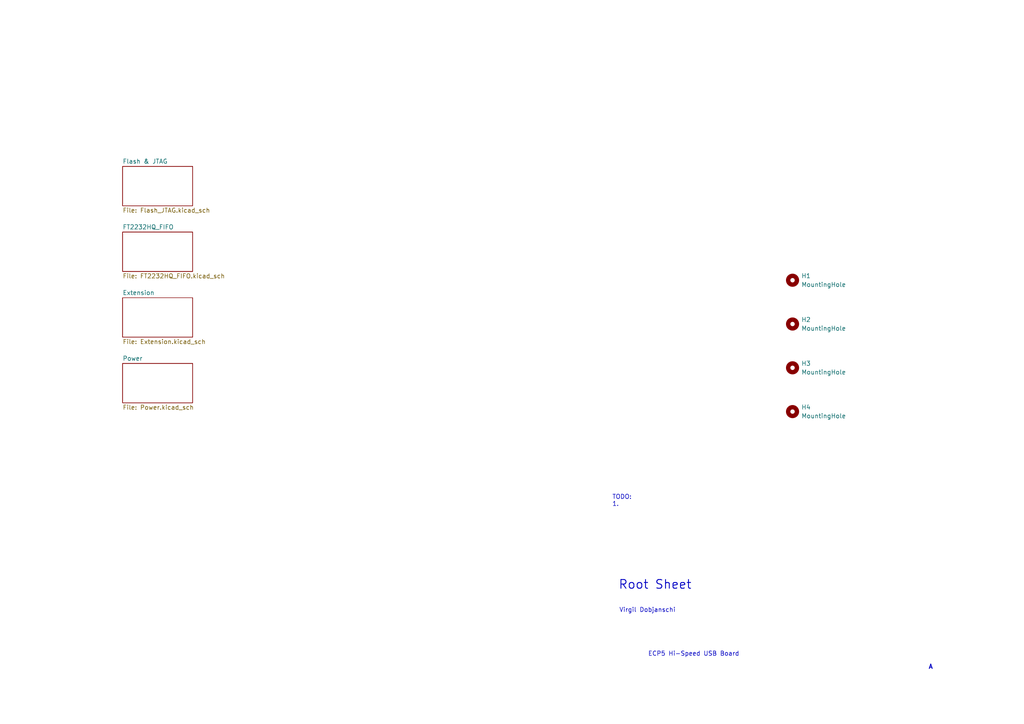
<source format=kicad_sch>
(kicad_sch (version 20231120) (generator "eeschema") (generator_version "8.0")
  (paper "A4")
  (lib_symbols
    (symbol "Mechanical:MountingHole" (pin_names (offset 1.016)) (exclude_from_sim yes) (in_bom no)
      (property "Reference" "H" (at 0 5.08 0))
      (property "Value" "MountingHole" (at 0 3.175 0))
      (symbol "MountingHole_0_1"
        (circle (center 0 0) (radius 1.27) (stroke (width 1.27)))
      )
    )
  )
  (text "ECP5 Hi-Speed USB Board" (at 187.96 190.5 0) (effects (font (size 1.27 1.27)) (justify left bottom)))
  (text "Root Sheet" (at 179.324 171.196 0) (effects (font (size 2.54 2.54) (thickness 0.254) (bold yes)) (justify left bottom)))
  (text "Virgil Dobjanschi" (at 179.578 177.8 0) (effects (font (size 1.27 1.27)) (justify left bottom)))
  (text "TODO:\n1.\n" (at 177.546 145.288 0) (effects (font (size 1.27 1.27)) (justify left)))
  (text "A" (at 269.24 194.31 0) (effects (font (size 1.27 1.27) (thickness 0.254) (bold yes)) (justify left bottom)))
  (symbol (lib_id "Mechanical:MountingHole") (at 229.87 119.38 0) (unit 1) (in_bom no)
    (property "Reference" "H4" (at 232.41 118.1099 0) (effects (justify left)))
    (property "Value" "MountingHole" (at 232.41 120.6499 0) (effects (justify left)))
    (property "Footprint" "MountingHole:MountingHole_3.2mm_M3" (effects (hide yes)))
    (property "Description" "Mounting Hole without connection" (effects (hide yes)))
  )
  (symbol (lib_id "Mechanical:MountingHole") (at 229.87 81.28 0) (unit 1) (in_bom no)
    (property "Reference" "H1" (at 232.41 80.0099 0) (effects (justify left)))
    (property "Value" "MountingHole" (at 232.41 82.5499 0) (effects (justify left)))
    (property "Footprint" "MountingHole:MountingHole_3.2mm_M3" (effects (hide yes)))
    (property "Description" "Mounting Hole without connection" (effects (hide yes)))
  )
  (symbol (lib_id "Mechanical:MountingHole") (at 229.87 93.98 0) (unit 1) (in_bom no)
    (property "Reference" "H2" (at 232.41 92.7099 0) (effects (justify left)))
    (property "Value" "MountingHole" (at 232.41 95.2499 0) (effects (justify left)))
    (property "Footprint" "MountingHole:MountingHole_3.2mm_M3" (effects (hide yes)))
    (property "Description" "Mounting Hole without connection" (effects (hide yes)))
  )
  (symbol (lib_id "Mechanical:MountingHole") (at 229.87 106.68 0) (unit 1) (in_bom no)
    (property "Reference" "H3" (at 232.41 105.4099 0) (effects (justify left)))
    (property "Value" "MountingHole" (at 232.41 107.9499 0) (effects (justify left)))
    (property "Footprint" "MountingHole:MountingHole_3.2mm_M3" (effects (hide yes)))
    (property "Description" "Mounting Hole without connection" (effects (hide yes)))
  )
  (sheet (at 35.56 67.31) (size 20.32 11.43) (stroke (width 0.1524))
    (property "Sheetname" "FT2232HQ_FIFO" (at 35.56 66.5984 0) (effects (justify left bottom)))
    (property "Sheetfile" "FT2232HQ_FIFO.kicad_sch" (at 35.56 79.3246 0) (effects (justify left top)))
  )
  (sheet (at 35.56 86.36) (size 20.32 11.43) (stroke (width 0.1524))
    (property "Sheetname" "Extension" (at 35.56 85.6484 0) (effects (justify left bottom)))
    (property "Sheetfile" "Extension.kicad_sch" (at 35.56 98.3746 0) (effects (justify left top)))
  )
  (sheet (at 35.56 48.26) (size 20.32 11.43) (stroke (width 0.1524))
    (property "Sheetname" "Flash & JTAG" (at 35.56 47.5484 0) (effects (justify left bottom)))
    (property "Sheetfile" "Flash_JTAG.kicad_sch" (at 35.56 60.2746 0) (effects (justify left top)))
  )
  (sheet (at 35.56 105.41) (size 20.32 11.43) (stroke (width 0.1524))
    (property "Sheetname" "Power" (at 35.56 104.6984 0) (effects (justify left bottom)))
    (property "Sheetfile" "Power.kicad_sch" (at 35.56 117.4246 0) (effects (justify left top)))
  )
)
</source>
